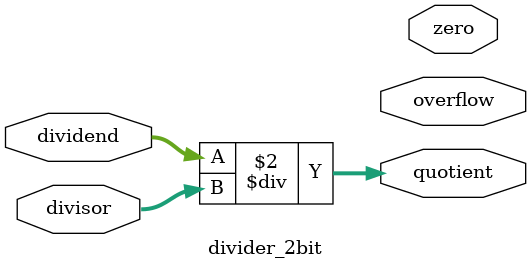
<source format=sv>
module divider_2bit(
  input logic [1:0] dividend,
  input logic [1:0] divisor,
  output logic [1:0] quotient,
  output logic overflow,
  output logic zero
  
);

   always_comb begin

		quotient= dividend/divisor;

	end 

endmodule
</source>
